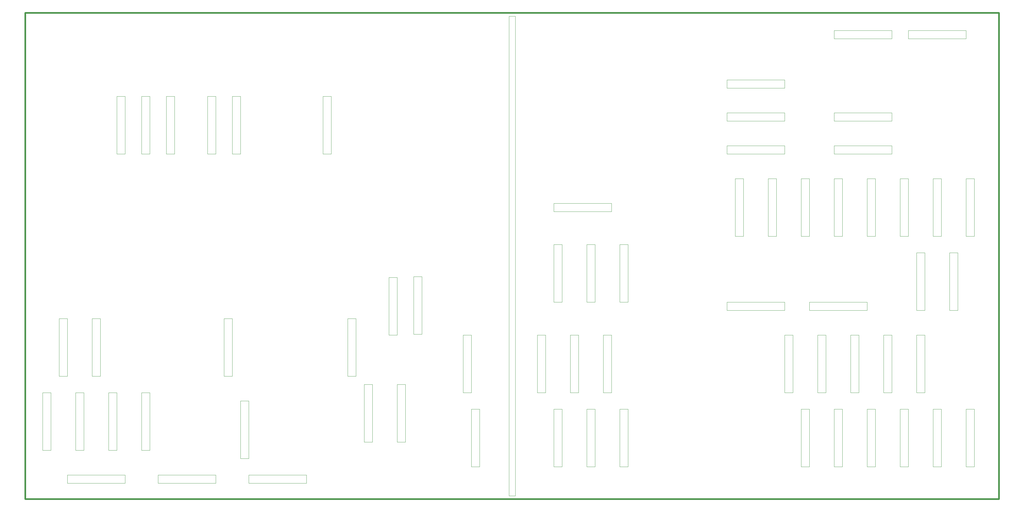
<source format=gbr>
%TF.GenerationSoftware,KiCad,Pcbnew,(5.0.2)-1*%
%TF.CreationDate,2019-11-19T01:28:38+09:00*%
%TF.ProjectId,sensor_board,73656e73-6f72-45f6-926f-6172642e6b69,rev?*%
%TF.SameCoordinates,Original*%
%TF.FileFunction,Profile,NP*%
%FSLAX46Y46*%
G04 Gerber Fmt 4.6, Leading zero omitted, Abs format (unit mm)*
G04 Created by KiCad (PCBNEW (5.0.2)-1) date 2019-11-19 오전 1:28:38*
%MOMM*%
%LPD*%
G01*
G04 APERTURE LIST*
%ADD10C,0.100000*%
%ADD11C,0.500000*%
G04 APERTURE END LIST*
D10*
X137160000Y-134620000D02*
X137160000Y-152400000D01*
X137160000Y-152400000D02*
X134620000Y-152400000D01*
X134620000Y-152400000D02*
X134620000Y-134620000D01*
X134620000Y-134620000D02*
X137160000Y-134620000D01*
X58420000Y-137160000D02*
X58420000Y-154940000D01*
X58420000Y-154940000D02*
X55880000Y-154940000D01*
X55880000Y-137160000D02*
X58420000Y-137160000D01*
X55880000Y-154940000D02*
X55880000Y-137160000D01*
X292100000Y-25400000D02*
X309880000Y-25400000D01*
X309880000Y-25400000D02*
X309880000Y-27940000D01*
X292100000Y-27940000D02*
X292100000Y-25400000D01*
X309880000Y-27940000D02*
X292100000Y-27940000D01*
X269240000Y-25400000D02*
X287020000Y-25400000D01*
X287020000Y-25400000D02*
X287020000Y-27940000D01*
X269240000Y-27940000D02*
X269240000Y-25400000D01*
X287020000Y-27940000D02*
X269240000Y-27940000D01*
X269240000Y-60960000D02*
X287020000Y-60960000D01*
X287020000Y-60960000D02*
X287020000Y-63500000D01*
X269240000Y-63500000D02*
X269240000Y-60960000D01*
X287020000Y-63500000D02*
X269240000Y-63500000D01*
X261620000Y-109220000D02*
X279400000Y-109220000D01*
X279400000Y-109220000D02*
X279400000Y-111760000D01*
X261620000Y-111760000D02*
X261620000Y-109220000D01*
X279400000Y-111760000D02*
X261620000Y-111760000D01*
X236220000Y-109220000D02*
X254000000Y-109220000D01*
X254000000Y-109220000D02*
X254000000Y-111760000D01*
X236220000Y-111760000D02*
X236220000Y-109220000D01*
X254000000Y-111760000D02*
X236220000Y-111760000D01*
X259080000Y-88900000D02*
X259080000Y-71120000D01*
X259080000Y-71120000D02*
X261620000Y-71120000D01*
X261620000Y-88900000D02*
X259080000Y-88900000D01*
X261620000Y-71120000D02*
X261620000Y-88900000D01*
X309880000Y-160020000D02*
X309880000Y-142240000D01*
X309880000Y-142240000D02*
X312420000Y-142240000D01*
X312420000Y-160020000D02*
X309880000Y-160020000D01*
X312420000Y-142240000D02*
X312420000Y-160020000D01*
X205740000Y-142240000D02*
X205740000Y-160020000D01*
X205740000Y-160020000D02*
X203200000Y-160020000D01*
X203200000Y-142240000D02*
X205740000Y-142240000D01*
X203200000Y-160020000D02*
X203200000Y-142240000D01*
X182880000Y-78740000D02*
X200660000Y-78740000D01*
X200660000Y-78740000D02*
X200660000Y-81280000D01*
X182880000Y-81280000D02*
X182880000Y-78740000D01*
X200660000Y-81280000D02*
X182880000Y-81280000D01*
X236220000Y-60960000D02*
X254000000Y-60960000D01*
X254000000Y-60960000D02*
X254000000Y-63500000D01*
X236220000Y-63500000D02*
X236220000Y-60960000D01*
X254000000Y-63500000D02*
X236220000Y-63500000D01*
X121920000Y-114300000D02*
X121920000Y-132080000D01*
X121920000Y-132080000D02*
X119380000Y-132080000D01*
X119380000Y-132080000D02*
X119380000Y-114300000D01*
X119380000Y-114300000D02*
X121920000Y-114300000D01*
X127000000Y-134620000D02*
X127000000Y-152400000D01*
X127000000Y-152400000D02*
X124460000Y-152400000D01*
X124460000Y-152400000D02*
X124460000Y-134620000D01*
X124460000Y-134620000D02*
X127000000Y-134620000D01*
X160020000Y-142240000D02*
X160020000Y-160020000D01*
X160020000Y-160020000D02*
X157480000Y-160020000D01*
X157480000Y-160020000D02*
X157480000Y-142240000D01*
X157480000Y-142240000D02*
X160020000Y-142240000D01*
X88900000Y-139700000D02*
X88900000Y-157480000D01*
X88900000Y-157480000D02*
X86360000Y-157480000D01*
X86360000Y-157480000D02*
X86360000Y-139700000D01*
X86360000Y-139700000D02*
X88900000Y-139700000D01*
X83820000Y-114300000D02*
X83820000Y-132080000D01*
X83820000Y-132080000D02*
X81280000Y-132080000D01*
X81280000Y-132080000D02*
X81280000Y-114300000D01*
X81280000Y-114300000D02*
X83820000Y-114300000D01*
X114300000Y-45720000D02*
X114300000Y-63500000D01*
X114300000Y-63500000D02*
X111760000Y-63500000D01*
X111760000Y-63500000D02*
X111760000Y-45720000D01*
X111760000Y-45720000D02*
X114300000Y-45720000D01*
X86360000Y-45720000D02*
X86360000Y-63500000D01*
X86360000Y-63500000D02*
X83820000Y-63500000D01*
X83820000Y-63500000D02*
X83820000Y-45720000D01*
X83820000Y-45720000D02*
X86360000Y-45720000D01*
X78740000Y-45720000D02*
X78740000Y-63500000D01*
X78740000Y-63500000D02*
X76200000Y-63500000D01*
X76200000Y-63500000D02*
X76200000Y-45720000D01*
X76200000Y-45720000D02*
X78740000Y-45720000D01*
X302260000Y-142240000D02*
X302260000Y-160020000D01*
X302260000Y-160020000D02*
X299720000Y-160020000D01*
X299720000Y-160020000D02*
X299720000Y-142240000D01*
X299720000Y-142240000D02*
X302260000Y-142240000D01*
X292100000Y-142240000D02*
X292100000Y-160020000D01*
X292100000Y-160020000D02*
X289560000Y-160020000D01*
X289560000Y-160020000D02*
X289560000Y-142240000D01*
X289560000Y-142240000D02*
X292100000Y-142240000D01*
X297180000Y-93980000D02*
X297180000Y-111760000D01*
X297180000Y-111760000D02*
X294640000Y-111760000D01*
X294640000Y-111760000D02*
X294640000Y-93980000D01*
X294640000Y-93980000D02*
X297180000Y-93980000D01*
X307340000Y-93980000D02*
X307340000Y-111760000D01*
X307340000Y-111760000D02*
X304800000Y-111760000D01*
X304800000Y-111760000D02*
X304800000Y-93980000D01*
X304800000Y-93980000D02*
X307340000Y-93980000D01*
X312420000Y-71120000D02*
X312420000Y-88900000D01*
X312420000Y-88900000D02*
X309880000Y-88900000D01*
X309880000Y-88900000D02*
X309880000Y-71120000D01*
X309880000Y-71120000D02*
X312420000Y-71120000D01*
X66040000Y-45720000D02*
X66040000Y-63500000D01*
X66040000Y-63500000D02*
X63500000Y-63500000D01*
X48260000Y-45720000D02*
X50800000Y-45720000D01*
X50800000Y-63500000D02*
X48260000Y-63500000D01*
X63500000Y-63500000D02*
X63500000Y-45720000D01*
X50800000Y-45720000D02*
X50800000Y-63500000D01*
X48260000Y-63500000D02*
X48260000Y-45720000D01*
X63500000Y-45720000D02*
X66040000Y-45720000D01*
X55880000Y-63500000D02*
X55880000Y-45720000D01*
X55880000Y-45720000D02*
X58420000Y-45720000D01*
X58420000Y-45720000D02*
X58420000Y-63500000D01*
X58420000Y-63500000D02*
X55880000Y-63500000D01*
X33020000Y-162560000D02*
X50800000Y-162560000D01*
X50800000Y-162560000D02*
X50800000Y-165100000D01*
X88900000Y-165100000D02*
X88900000Y-162560000D01*
X106680000Y-162560000D02*
X106680000Y-165100000D01*
X50800000Y-165100000D02*
X33020000Y-165100000D01*
X88900000Y-162560000D02*
X106680000Y-162560000D01*
X106680000Y-165100000D02*
X88900000Y-165100000D01*
X33020000Y-165100000D02*
X33020000Y-162560000D01*
X78740000Y-165100000D02*
X60960000Y-165100000D01*
X60960000Y-165100000D02*
X60960000Y-162560000D01*
X60960000Y-162560000D02*
X78740000Y-162560000D01*
X78740000Y-162560000D02*
X78740000Y-165100000D01*
X279400000Y-160020000D02*
X279400000Y-142240000D01*
X279400000Y-142240000D02*
X281940000Y-142240000D01*
X281940000Y-142240000D02*
X281940000Y-160020000D01*
X281940000Y-160020000D02*
X279400000Y-160020000D01*
X271780000Y-142240000D02*
X271780000Y-160020000D01*
X271780000Y-160020000D02*
X269240000Y-160020000D01*
X259080000Y-142240000D02*
X261620000Y-142240000D01*
X261620000Y-160020000D02*
X259080000Y-160020000D01*
X269240000Y-160020000D02*
X269240000Y-142240000D01*
X261620000Y-142240000D02*
X261620000Y-160020000D01*
X259080000Y-160020000D02*
X259080000Y-142240000D01*
X269240000Y-142240000D02*
X271780000Y-142240000D01*
X297180000Y-119380000D02*
X297180000Y-137160000D01*
X297180000Y-137160000D02*
X294640000Y-137160000D01*
X274320000Y-119380000D02*
X276860000Y-119380000D01*
X276860000Y-137160000D02*
X274320000Y-137160000D01*
X294640000Y-137160000D02*
X294640000Y-119380000D01*
X276860000Y-119380000D02*
X276860000Y-137160000D01*
X274320000Y-137160000D02*
X274320000Y-119380000D01*
X294640000Y-119380000D02*
X297180000Y-119380000D01*
X284480000Y-137160000D02*
X284480000Y-119380000D01*
X284480000Y-119380000D02*
X287020000Y-119380000D01*
X287020000Y-119380000D02*
X287020000Y-137160000D01*
X287020000Y-137160000D02*
X284480000Y-137160000D01*
X266700000Y-119380000D02*
X266700000Y-137160000D01*
X266700000Y-137160000D02*
X264160000Y-137160000D01*
X254000000Y-119380000D02*
X256540000Y-119380000D01*
X256540000Y-137160000D02*
X254000000Y-137160000D01*
X264160000Y-137160000D02*
X264160000Y-119380000D01*
X256540000Y-119380000D02*
X256540000Y-137160000D01*
X254000000Y-137160000D02*
X254000000Y-119380000D01*
X264160000Y-119380000D02*
X266700000Y-119380000D01*
X195580000Y-142240000D02*
X195580000Y-160020000D01*
X195580000Y-160020000D02*
X193040000Y-160020000D01*
X182880000Y-142240000D02*
X185420000Y-142240000D01*
X185420000Y-160020000D02*
X182880000Y-160020000D01*
X193040000Y-160020000D02*
X193040000Y-142240000D01*
X185420000Y-142240000D02*
X185420000Y-160020000D01*
X182880000Y-160020000D02*
X182880000Y-142240000D01*
X193040000Y-142240000D02*
X195580000Y-142240000D01*
X200660000Y-119380000D02*
X200660000Y-137160000D01*
X200660000Y-137160000D02*
X198120000Y-137160000D01*
X177800000Y-119380000D02*
X180340000Y-119380000D01*
X180340000Y-137160000D02*
X177800000Y-137160000D01*
X198120000Y-137160000D02*
X198120000Y-119380000D01*
X180340000Y-119380000D02*
X180340000Y-137160000D01*
X177800000Y-137160000D02*
X177800000Y-119380000D01*
X198120000Y-119380000D02*
X200660000Y-119380000D01*
X187960000Y-137160000D02*
X187960000Y-119380000D01*
X187960000Y-119380000D02*
X190500000Y-119380000D01*
X190500000Y-119380000D02*
X190500000Y-137160000D01*
X190500000Y-137160000D02*
X187960000Y-137160000D01*
X48260000Y-137160000D02*
X48260000Y-154940000D01*
X48260000Y-154940000D02*
X45720000Y-154940000D01*
X25400000Y-137160000D02*
X27940000Y-137160000D01*
X27940000Y-154940000D02*
X25400000Y-154940000D01*
X45720000Y-154940000D02*
X45720000Y-137160000D01*
X27940000Y-137160000D02*
X27940000Y-154940000D01*
X25400000Y-154940000D02*
X25400000Y-137160000D01*
X45720000Y-137160000D02*
X48260000Y-137160000D01*
X35560000Y-154940000D02*
X35560000Y-137160000D01*
X35560000Y-137160000D02*
X38100000Y-137160000D01*
X38100000Y-137160000D02*
X38100000Y-154940000D01*
X38100000Y-154940000D02*
X35560000Y-154940000D01*
X30480000Y-114300000D02*
X33020000Y-114300000D01*
X33020000Y-132080000D02*
X30480000Y-132080000D01*
X33020000Y-114300000D02*
X33020000Y-132080000D01*
X30480000Y-132080000D02*
X30480000Y-114300000D01*
X40640000Y-132080000D02*
X40640000Y-114300000D01*
X40640000Y-114300000D02*
X43180000Y-114300000D01*
X43180000Y-114300000D02*
X43180000Y-132080000D01*
X43180000Y-132080000D02*
X40640000Y-132080000D01*
X157480000Y-119380000D02*
X157480000Y-137160000D01*
X157480000Y-137160000D02*
X154940000Y-137160000D01*
X132080000Y-101600000D02*
X134620000Y-101600000D01*
X134620000Y-119380000D02*
X132080000Y-119380000D01*
X154940000Y-137160000D02*
X154940000Y-119380000D01*
X134620000Y-101600000D02*
X134620000Y-119380000D01*
X132080000Y-119380000D02*
X132080000Y-101600000D01*
X154940000Y-119380000D02*
X157480000Y-119380000D01*
X139700000Y-119126000D02*
X139700000Y-101346000D01*
X139700000Y-101346000D02*
X142240000Y-101346000D01*
X142240000Y-101346000D02*
X142240000Y-119126000D01*
X142240000Y-119126000D02*
X139700000Y-119126000D01*
X205740000Y-91440000D02*
X205740000Y-109220000D01*
X205740000Y-109220000D02*
X203200000Y-109220000D01*
X203200000Y-109220000D02*
X203200000Y-91440000D01*
X203200000Y-91440000D02*
X205740000Y-91440000D01*
X182880000Y-91440000D02*
X185420000Y-91440000D01*
X185420000Y-91440000D02*
X185420000Y-109220000D01*
X182880000Y-109220000D02*
X182880000Y-91440000D01*
X185420000Y-109220000D02*
X182880000Y-109220000D01*
X195580000Y-91440000D02*
X195580000Y-109220000D01*
X193040000Y-109220000D02*
X193040000Y-91440000D01*
X195580000Y-109220000D02*
X193040000Y-109220000D01*
X193040000Y-91440000D02*
X195580000Y-91440000D01*
X269240000Y-53340000D02*
X269240000Y-50800000D01*
X269240000Y-50800000D02*
X287020000Y-50800000D01*
X287020000Y-53340000D02*
X269240000Y-53340000D01*
X287020000Y-50800000D02*
X287020000Y-53340000D01*
X236220000Y-53340000D02*
X236220000Y-50800000D01*
X236220000Y-50800000D02*
X254000000Y-50800000D01*
X254000000Y-53340000D02*
X236220000Y-53340000D01*
X254000000Y-50800000D02*
X254000000Y-53340000D01*
X236220000Y-43180000D02*
X236220000Y-40640000D01*
X236220000Y-40640000D02*
X254000000Y-40640000D01*
X254000000Y-43180000D02*
X236220000Y-43180000D01*
X254000000Y-40640000D02*
X254000000Y-43180000D01*
X299720000Y-71120000D02*
X302260000Y-71120000D01*
X302260000Y-71120000D02*
X302260000Y-88900000D01*
X299720000Y-88900000D02*
X299720000Y-71120000D01*
X302260000Y-88900000D02*
X299720000Y-88900000D01*
X289560000Y-71120000D02*
X292100000Y-71120000D01*
X292100000Y-71120000D02*
X292100000Y-88900000D01*
X289560000Y-88900000D02*
X289560000Y-71120000D01*
X292100000Y-88900000D02*
X289560000Y-88900000D01*
X279400000Y-71120000D02*
X281940000Y-71120000D01*
X281940000Y-71120000D02*
X281940000Y-88900000D01*
X279400000Y-88900000D02*
X279400000Y-71120000D01*
X281940000Y-88900000D02*
X279400000Y-88900000D01*
X269240000Y-71120000D02*
X271780000Y-71120000D01*
X271780000Y-71120000D02*
X271780000Y-88900000D01*
X269240000Y-88900000D02*
X269240000Y-71120000D01*
X271780000Y-88900000D02*
X269240000Y-88900000D01*
X248920000Y-71120000D02*
X251460000Y-71120000D01*
X251460000Y-71120000D02*
X251460000Y-88900000D01*
X248920000Y-88900000D02*
X248920000Y-71120000D01*
X251460000Y-88900000D02*
X248920000Y-88900000D01*
X238760000Y-88900000D02*
X238760000Y-71120000D01*
X241300000Y-88900000D02*
X238760000Y-88900000D01*
X238760000Y-71120000D02*
X241300000Y-71120000D01*
X241300000Y-71120000D02*
X241300000Y-88900000D01*
X171000000Y-169000000D02*
X169000000Y-169000000D01*
X171000000Y-21000000D02*
X169000000Y-21000000D01*
X171000000Y-21000000D02*
X171000000Y-169000000D01*
X169000000Y-21000000D02*
X169000000Y-169000000D01*
D11*
X320000000Y-20000000D02*
X320000000Y-170000000D01*
X20000000Y-170000000D02*
X320000000Y-170000000D01*
X20000000Y-20000000D02*
X320000000Y-20000000D01*
X20000000Y-20000000D02*
X20000000Y-170000000D01*
M02*

</source>
